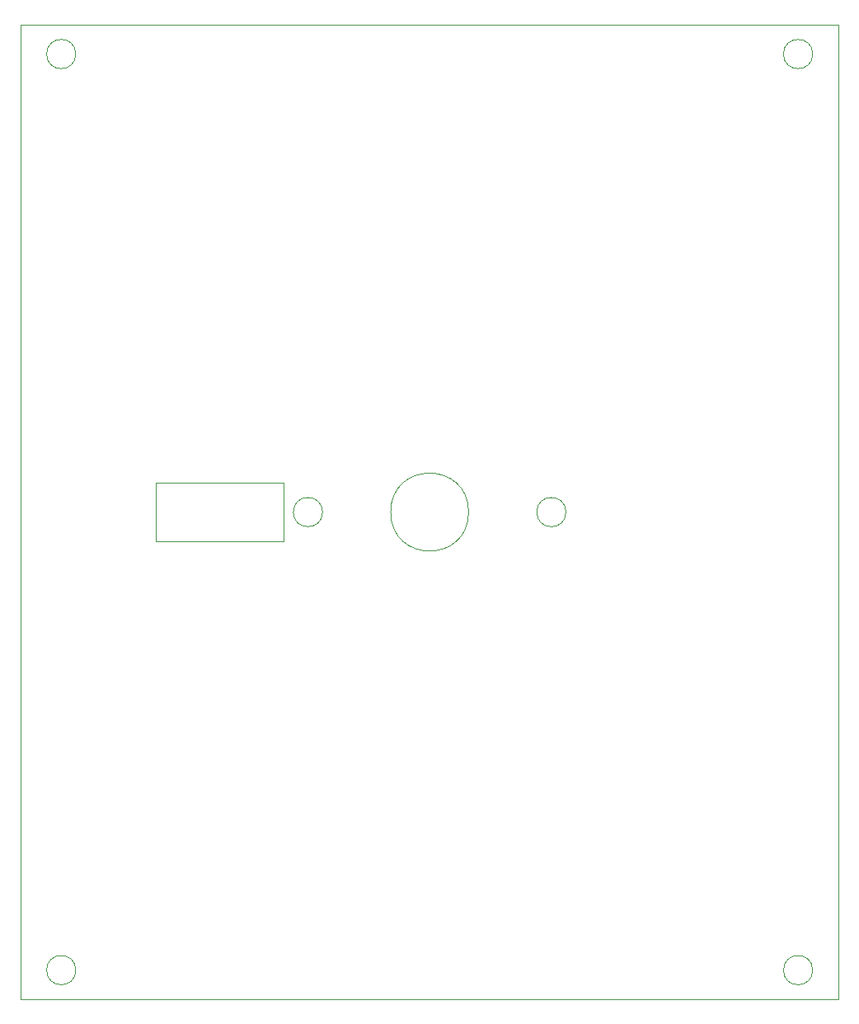
<source format=gm1>
%TF.GenerationSoftware,KiCad,Pcbnew,(5.1.9-0-10_14)*%
%TF.CreationDate,2021-09-11T10:47:45-05:00*%
%TF.ProjectId,OwlSat_Official_USB,4f776c53-6174-45f4-9f66-66696369616c,4*%
%TF.SameCoordinates,Original*%
%TF.FileFunction,Profile,NP*%
%FSLAX46Y46*%
G04 Gerber Fmt 4.6, Leading zero omitted, Abs format (unit mm)*
G04 Created by KiCad (PCBNEW (5.1.9-0-10_14)) date 2021-09-11 10:47:45*
%MOMM*%
%LPD*%
G01*
G04 APERTURE LIST*
%TA.AperFunction,Profile*%
%ADD10C,0.050000*%
%TD*%
G04 APERTURE END LIST*
D10*
X120510000Y-91910000D02*
X120510000Y-97910000D01*
X133610000Y-91910000D02*
X120510000Y-91910000D01*
X133610000Y-97910000D02*
X133610000Y-91910000D01*
X120510000Y-97910000D02*
X133610000Y-97910000D01*
X187950000Y-141910000D02*
G75*
G03*
X187950000Y-141910000I-1500000J0D01*
G01*
X187950000Y-47910000D02*
G75*
G03*
X187950000Y-47910000I-1500000J0D01*
G01*
X112270000Y-47910000D02*
G75*
G03*
X112270000Y-47910000I-1500000J0D01*
G01*
X112270133Y-141910000D02*
G75*
G03*
X112270133Y-141910000I-1500133J0D01*
G01*
X137610000Y-94910000D02*
G75*
G03*
X137610000Y-94910000I-1500000J0D01*
G01*
X162610000Y-94910000D02*
G75*
G03*
X162610000Y-94910000I-1500000J0D01*
G01*
X152610000Y-94910000D02*
G75*
G03*
X152610000Y-94910000I-4000000J0D01*
G01*
X106610000Y-144910000D02*
X106610000Y-44910000D01*
X190610000Y-144910000D02*
X106610000Y-144910000D01*
X190610000Y-44910000D02*
X190610000Y-144910000D01*
X106610000Y-44910000D02*
X190610000Y-44910000D01*
M02*

</source>
